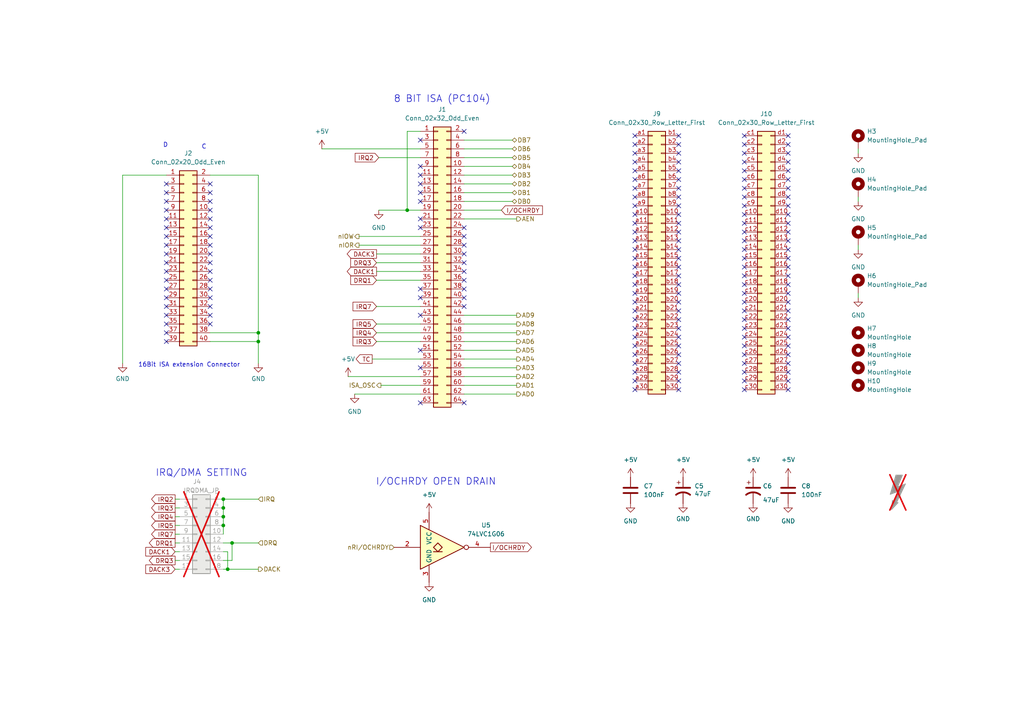
<source format=kicad_sch>
(kicad_sch (version 20250114) (generator "eeschema") (generator_version "9.0")
  (paper "A4")
  (lib_symbols
    (symbol "74xGxx:74LVC1G06"
      (property "Reference" "U" (at 0 7.62 0))
      (property "Value" "74LVC1G06" (at 2.54 -7.62 0))
      (symbol "74LVC1G06_1_1"
        (pin input line (at -15.24 0 0) (length 7.62) (name "~") (number "2"))
        (pin power_in line (at -5.08 10.16 270) (length 5.08) (name "VCC") (number "5"))
        (pin power_in line (at -5.08 -10.16 90) (length 5.08) (name "GND") (number "3"))
        (pin open_collector inverted (at 12.7 0 180) (length 7.62) (name "~") (number "4"))
      )
    )
    (symbol "Conn_02x30_Row_Letter_First_1" (pin_names (offset 1.016) (hide yes))
      (property "Reference" "J2" (at 1.27 41.91 0))
      (property "Value" "Conn_02x30_Row_Letter_First" (at 1.27 39.37 0))
      (symbol "Conn_02x30_Row_Letter_First_1_1_1"
        (pin passive line (at -5.08 35.56 0) (length 3.81) (name "Pin_a1") (number "c1"))
        (pin passive line (at -5.08 33.02 0) (length 3.81) (name "Pin_a2") (number "c2"))
        (pin passive line (at -5.08 30.48 0) (length 3.81) (name "Pin_a3") (number "c3"))
        (pin passive line (at -5.08 27.94 0) (length 3.81) (name "Pin_a4") (number "c4"))
        (pin passive line (at -5.08 25.4 0) (length 3.81) (name "Pin_a5") (number "c5"))
        (pin passive line (at -5.08 22.86 0) (length 3.81) (name "Pin_a6") (number "c6"))
        (pin passive line (at -5.08 20.32 0) (length 3.81) (name "Pin_a7") (number "c7"))
        (pin passive line (at -5.08 17.78 0) (length 3.81) (name "Pin_a8") (number "c8"))
        (pin passive line (at -5.08 15.24 0) (length 3.81) (name "Pin_a9") (number "c9"))
        (pin passive line (at -5.08 12.7 0) (length 3.81) (name "Pin_a10") (number "c10"))
        (pin passive line (at -5.08 10.16 0) (length 3.81) (name "Pin_a11") (number "c11"))
        (pin passive line (at -5.08 7.62 0) (length 3.81) (name "Pin_a12") (number "c12"))
        (pin passive line (at -5.08 5.08 0) (length 3.81) (name "Pin_a13") (number "c13"))
        (pin passive line (at -5.08 2.54 0) (length 3.81) (name "Pin_a14") (number "c14"))
        (pin passive line (at -5.08 0 0) (length 3.81) (name "Pin_a15") (number "c15"))
        (pin passive line (at -5.08 -2.54 0) (length 3.81) (name "Pin_a16") (number "c16"))
        (pin passive line (at -5.08 -5.08 0) (length 3.81) (name "Pin_a17") (number "c17"))
        (pin passive line (at -5.08 -7.62 0) (length 3.81) (name "Pin_a18") (number "c18"))
        (pin passive line (at -5.08 -10.16 0) (length 3.81) (name "Pin_a19") (number "c19"))
        (pin passive line (at -5.08 -12.7 0) (length 3.81) (name "Pin_a20") (number "c20"))
        (pin passive line (at -5.08 -15.24 0) (length 3.81) (name "Pin_a21") (number "c21"))
        (pin passive line (at -5.08 -17.78 0) (length 3.81) (name "Pin_a22") (number "c22"))
        (pin passive line (at -5.08 -20.32 0) (length 3.81) (name "Pin_a23") (number "c23"))
        (pin passive line (at -5.08 -22.86 0) (length 3.81) (name "Pin_a24") (number "c24"))
        (pin passive line (at -5.08 -25.4 0) (length 3.81) (name "Pin_a25") (number "c25"))
        (pin passive line (at -5.08 -27.94 0) (length 3.81) (name "Pin_a26") (number "c26"))
        (pin passive line (at -5.08 -30.48 0) (length 3.81) (name "Pin_a27") (number "c27"))
        (pin passive line (at -5.08 -33.02 0) (length 3.81) (name "Pin_a28") (number "c28"))
        (pin passive line (at -5.08 -35.56 0) (length 3.81) (name "Pin_a29") (number "c29"))
        (pin passive line (at -5.08 -38.1 0) (length 3.81) (name "Pin_a30") (number "c30"))
        (pin passive line (at 7.62 35.56 180) (length 3.81) (name "Pin_b1") (number "d1"))
        (pin passive line (at 7.62 33.02 180) (length 3.81) (name "Pin_b2") (number "d2"))
        (pin passive line (at 7.62 30.48 180) (length 3.81) (name "Pin_b3") (number "d3"))
        (pin passive line (at 7.62 27.94 180) (length 3.81) (name "Pin_b4") (number "d4"))
        (pin passive line (at 7.62 25.4 180) (length 3.81) (name "Pin_b5") (number "d5"))
        (pin passive line (at 7.62 22.86 180) (length 3.81) (name "Pin_b6") (number "d6"))
        (pin passive line (at 7.62 20.32 180) (length 3.81) (name "Pin_b7") (number "d7"))
        (pin passive line (at 7.62 17.78 180) (length 3.81) (name "Pin_b8") (number "d8"))
        (pin passive line (at 7.62 15.24 180) (length 3.81) (name "Pin_b9") (number "d9"))
        (pin passive line (at 7.62 12.7 180) (length 3.81) (name "Pin_b10") (number "d10"))
        (pin passive line (at 7.62 10.16 180) (length 3.81) (name "Pin_b11") (number "d11"))
        (pin passive line (at 7.62 7.62 180) (length 3.81) (name "Pin_b12") (number "d12"))
        (pin passive line (at 7.62 5.08 180) (length 3.81) (name "Pin_b13") (number "d13"))
        (pin passive line (at 7.62 2.54 180) (length 3.81) (name "Pin_b14") (number "d14"))
        (pin passive line (at 7.62 0 180) (length 3.81) (name "Pin_b15") (number "d15"))
        (pin passive line (at 7.62 -2.54 180) (length 3.81) (name "Pin_b16") (number "d16"))
        (pin passive line (at 7.62 -5.08 180) (length 3.81) (name "Pin_b17") (number "d17"))
        (pin passive line (at 7.62 -7.62 180) (length 3.81) (name "Pin_b18") (number "d18"))
        (pin passive line (at 7.62 -10.16 180) (length 3.81) (name "Pin_b19") (number "d19"))
        (pin passive line (at 7.62 -12.7 180) (length 3.81) (name "Pin_b20") (number "d20"))
        (pin passive line (at 7.62 -15.24 180) (length 3.81) (name "Pin_b21") (number "d21"))
        (pin passive line (at 7.62 -17.78 180) (length 3.81) (name "Pin_b22") (number "d22"))
        (pin passive line (at 7.62 -20.32 180) (length 3.81) (name "Pin_b23") (number "d23"))
        (pin passive line (at 7.62 -22.86 180) (length 3.81) (name "Pin_b24") (number "d24"))
        (pin passive line (at 7.62 -25.4 180) (length 3.81) (name "Pin_b25") (number "d25"))
        (pin passive line (at 7.62 -27.94 180) (length 3.81) (name "Pin_b26") (number "d26"))
        (pin passive line (at 7.62 -30.48 180) (length 3.81) (name "Pin_b27") (number "d27"))
        (pin passive line (at 7.62 -33.02 180) (length 3.81) (name "Pin_b28") (number "d28"))
        (pin passive line (at 7.62 -35.56 180) (length 3.81) (name "Pin_b29") (number "d29"))
        (pin passive line (at 7.62 -38.1 180) (length 3.81) (name "Pin_b30") (number "d30"))
      )
    )
    (symbol "Connector_Generic:Conn_02x09_Odd_Even" (pin_names (offset 1.016) (hide yes))
      (property "Reference" "J" (at 1.27 12.7 0))
      (property "Value" "Conn_02x09_Odd_Even" (at 1.27 -12.7 0))
      (symbol "Conn_02x09_Odd_Even_1_1"
        (pin passive line (at -5.08 10.16 0) (length 3.81) (name "Pin_1") (number "1"))
        (pin passive line (at -5.08 7.62 0) (length 3.81) (name "Pin_3") (number "3"))
        (pin passive line (at -5.08 5.08 0) (length 3.81) (name "Pin_5") (number "5"))
        (pin passive line (at -5.08 2.54 0) (length 3.81) (name "Pin_7") (number "7"))
        (pin passive line (at -5.08 0 0) (length 3.81) (name "Pin_9") (number "9"))
        (pin passive line (at -5.08 -2.54 0) (length 3.81) (name "Pin_11") (number "11"))
        (pin passive line (at -5.08 -5.08 0) (length 3.81) (name "Pin_13") (number "13"))
        (pin passive line (at -5.08 -7.62 0) (length 3.81) (name "Pin_15") (number "15"))
        (pin passive line (at -5.08 -10.16 0) (length 3.81) (name "Pin_17") (number "17"))
        (pin passive line (at 7.62 10.16 180) (length 3.81) (name "Pin_2") (number "2"))
        (pin passive line (at 7.62 7.62 180) (length 3.81) (name "Pin_4") (number "4"))
        (pin passive line (at 7.62 5.08 180) (length 3.81) (name "Pin_6") (number "6"))
        (pin passive line (at 7.62 2.54 180) (length 3.81) (name "Pin_8") (number "8"))
        (pin passive line (at 7.62 0 180) (length 3.81) (name "Pin_10") (number "10"))
        (pin passive line (at 7.62 -2.54 180) (length 3.81) (name "Pin_12") (number "12"))
        (pin passive line (at 7.62 -5.08 180) (length 3.81) (name "Pin_14") (number "14"))
        (pin passive line (at 7.62 -7.62 180) (length 3.81) (name "Pin_16") (number "16"))
        (pin passive line (at 7.62 -10.16 180) (length 3.81) (name "Pin_18") (number "18"))
      )
    )
    (symbol "Connector_Generic:Conn_02x20_Odd_Even" (pin_names (offset 1.016) (hide yes))
      (property "Reference" "J" (at 1.27 25.4 0))
      (property "Value" "Conn_02x20_Odd_Even" (at 1.27 -27.94 0))
      (symbol "Conn_02x20_Odd_Even_1_1"
        (pin passive line (at -5.08 22.86 0) (length 3.81) (name "Pin_1") (number "1"))
        (pin passive line (at -5.08 20.32 0) (length 3.81) (name "Pin_3") (number "3"))
        (pin passive line (at -5.08 17.78 0) (length 3.81) (name "Pin_5") (number "5"))
        (pin passive line (at -5.08 15.24 0) (length 3.81) (name "Pin_7") (number "7"))
        (pin passive line (at -5.08 12.7 0) (length 3.81) (name "Pin_9") (number "9"))
        (pin passive line (at -5.08 10.16 0) (length 3.81) (name "Pin_11") (number "11"))
        (pin passive line (at -5.08 7.62 0) (length 3.81) (name "Pin_13") (number "13"))
        (pin passive line (at -5.08 5.08 0) (length 3.81) (name "Pin_15") (number "15"))
        (pin passive line (at -5.08 2.54 0) (length 3.81) (name "Pin_17") (number "17"))
        (pin passive line (at -5.08 0 0) (length 3.81) (name "Pin_19") (number "19"))
        (pin passive line (at -5.08 -2.54 0) (length 3.81) (name "Pin_21") (number "21"))
        (pin passive line (at -5.08 -5.08 0) (length 3.81) (name "Pin_23") (number "23"))
        (pin passive line (at -5.08 -7.62 0) (length 3.81) (name "Pin_25") (number "25"))
        (pin passive line (at -5.08 -10.16 0) (length 3.81) (name "Pin_27") (number "27"))
        (pin passive line (at -5.08 -12.7 0) (length 3.81) (name "Pin_29") (number "29"))
        (pin passive line (at -5.08 -15.24 0) (length 3.81) (name "Pin_31") (number "31"))
        (pin passive line (at -5.08 -17.78 0) (length 3.81) (name "Pin_33") (number "33"))
        (pin passive line (at -5.08 -20.32 0) (length 3.81) (name "Pin_35") (number "35"))
        (pin passive line (at -5.08 -22.86 0) (length 3.81) (name "Pin_37") (number "37"))
        (pin passive line (at -5.08 -25.4 0) (length 3.81) (name "Pin_39") (number "39"))
        (pin passive line (at 7.62 22.86 180) (length 3.81) (name "Pin_2") (number "2"))
        (pin passive line (at 7.62 20.32 180) (length 3.81) (name "Pin_4") (number "4"))
        (pin passive line (at 7.62 17.78 180) (length 3.81) (name "Pin_6") (number "6"))
        (pin passive line (at 7.62 15.24 180) (length 3.81) (name "Pin_8") (number "8"))
        (pin passive line (at 7.62 12.7 180) (length 3.81) (name "Pin_10") (number "10"))
        (pin passive line (at 7.62 10.16 180) (length 3.81) (name "Pin_12") (number "12"))
        (pin passive line (at 7.62 7.62 180) (length 3.81) (name "Pin_14") (number "14"))
        (pin passive line (at 7.62 5.08 180) (length 3.81) (name "Pin_16") (number "16"))
        (pin passive line (at 7.62 2.54 180) (length 3.81) (name "Pin_18") (number "18"))
        (pin passive line (at 7.62 0 180) (length 3.81) (name "Pin_20") (number "20"))
        (pin passive line (at 7.62 -2.54 180) (length 3.81) (name "Pin_22") (number "22"))
        (pin passive line (at 7.62 -5.08 180) (length 3.81) (name "Pin_24") (number "24"))
        (pin passive line (at 7.62 -7.62 180) (length 3.81) (name "Pin_26") (number "26"))
        (pin passive line (at 7.62 -10.16 180) (length 3.81) (name "Pin_28") (number "28"))
        (pin passive line (at 7.62 -12.7 180) (length 3.81) (name "Pin_30") (number "30"))
        (pin passive line (at 7.62 -15.24 180) (length 3.81) (name "Pin_32") (number "32"))
        (pin passive line (at 7.62 -17.78 180) (length 3.81) (name "Pin_34") (number "34"))
        (pin passive line (at 7.62 -20.32 180) (length 3.81) (name "Pin_36") (number "36"))
        (pin passive line (at 7.62 -22.86 180) (length 3.81) (name "Pin_38") (number "38"))
        (pin passive line (at 7.62 -25.4 180) (length 3.81) (name "Pin_40") (number "40"))
      )
    )
    (symbol "Connector_Generic:Conn_02x30_Row_Letter_First" (pin_names (offset 1.016) (hide yes))
      (property "Reference" "J" (at 1.27 38.1 0))
      (property "Value" "Conn_02x30_Row_Letter_First" (at 1.27 -40.64 0))
      (symbol "Conn_02x30_Row_Letter_First_1_1"
        (pin passive line (at -5.08 35.56 0) (length 3.81) (name "Pin_a1") (number "a1"))
        (pin passive line (at -5.08 33.02 0) (length 3.81) (name "Pin_a2") (number "a2"))
        (pin passive line (at -5.08 30.48 0) (length 3.81) (name "Pin_a3") (number "a3"))
        (pin passive line (at -5.08 27.94 0) (length 3.81) (name "Pin_a4") (number "a4"))
        (pin passive line (at -5.08 25.4 0) (length 3.81) (name "Pin_a5") (number "a5"))
        (pin passive line (at -5.08 22.86 0) (length 3.81) (name "Pin_a6") (number "a6"))
        (pin passive line (at -5.08 20.32 0) (length 3.81) (name "Pin_a7") (number "a7"))
        (pin passive line (at -5.08 17.78 0) (length 3.81) (name "Pin_a8") (number "a8"))
        (pin passive line (at -5.08 15.24 0) (length 3.81) (name "Pin_a9") (number "a9"))
        (pin passive line (at -5.08 12.7 0) (length 3.81) (name "Pin_a10") (number "a10"))
        (pin passive line (at -5.08 10.16 0) (length 3.81) (name "Pin_a11") (number "a11"))
        (pin passive line (at -5.08 7.62 0) (length 3.81) (name "Pin_a12") (number "a12"))
        (pin passive line (at -5.08 5.08 0) (length 3.81) (name "Pin_a13") (number "a13"))
        (pin passive line (at -5.08 2.54 0) (length 3.81) (name "Pin_a14") (number "a14"))
        (pin passive line (at -5.08 0 0) (length 3.81) (name "Pin_a15") (number "a15"))
        (pin passive line (at -5.08 -2.54 0) (length 3.81) (name "Pin_a16") (number "a16"))
        (pin passive line (at -5.08 -5.08 0) (length 3.81) (name "Pin_a17") (number "a17"))
        (pin passive line (at -5.08 -7.62 0) (length 3.81) (name "Pin_a18") (number "a18"))
        (pin passive line (at -5.08 -10.16 0) (length 3.81) (name "Pin_a19") (number "a19"))
        (pin passive line (at -5.08 -12.7 0) (length 3.81) (name "Pin_a20") (number "a20"))
        (pin passive line (at -5.08 -15.24 0) (length 3.81) (name "Pin_a21") (number "a21"))
        (pin passive line (at -5.08 -17.78 0) (length 3.81) (name "Pin_a22") (number "a22"))
        (pin passive line (at -5.08 -20.32 0) (length 3.81) (name "Pin_a23") (number "a23"))
        (pin passive line (at -5.08 -22.86 0) (length 3.81) (name "Pin_a24") (number "a24"))
        (pin passive line (at -5.08 -25.4 0) (length 3.81) (name "Pin_a25") (number "a25"))
        (pin passive line (at -5.08 -27.94 0) (length 3.81) (name "Pin_a26") (number "a26"))
        (pin passive line (at -5.08 -30.48 0) (length 3.81) (name "Pin_a27") (number "a27"))
        (pin passive line (at -5.08 -33.02 0) (length 3.81) (name "Pin_a28") (number "a28"))
        (pin passive line (at -5.08 -35.56 0) (length 3.81) (name "Pin_a29") (number "a29"))
        (pin passive line (at -5.08 -38.1 0) (length 3.81) (name "Pin_a30") (number "a30"))
        (pin passive line (at 7.62 35.56 180) (length 3.81) (name "Pin_b1") (number "b1"))
        (pin passive line (at 7.62 33.02 180) (length 3.81) (name "Pin_b2") (number "b2"))
        (pin passive line (at 7.62 30.48 180) (length 3.81) (name "Pin_b3") (number "b3"))
        (pin passive line (at 7.62 27.94 180) (length 3.81) (name "Pin_b4") (number "b4"))
        (pin passive line (at 7.62 25.4 180) (length 3.81) (name "Pin_b5") (number "b5"))
        (pin passive line (at 7.62 22.86 180) (length 3.81) (name "Pin_b6") (number "b6"))
        (pin passive line (at 7.62 20.32 180) (length 3.81) (name "Pin_b7") (number "b7"))
        (pin passive line (at 7.62 17.78 180) (length 3.81) (name "Pin_b8") (number "b8"))
        (pin passive line (at 7.62 15.24 180) (length 3.81) (name "Pin_b9") (number "b9"))
        (pin passive line (at 7.62 12.7 180) (length 3.81) (name "Pin_b10") (number "b10"))
        (pin passive line (at 7.62 10.16 180) (length 3.81) (name "Pin_b11") (number "b11"))
        (pin passive line (at 7.62 7.62 180) (length 3.81) (name "Pin_b12") (number "b12"))
        (pin passive line (at 7.62 5.08 180) (length 3.81) (name "Pin_b13") (number "b13"))
        (pin passive line (at 7.62 2.54 180) (length 3.81) (name "Pin_b14") (number "b14"))
        (pin passive line (at 7.62 0 180) (length 3.81) (name "Pin_b15") (number "b15"))
        (pin passive line (at 7.62 -2.54 180) (length 3.81) (name "Pin_b16") (number "b16"))
        (pin passive line (at 7.62 -5.08 180) (length 3.81) (name "Pin_b17") (number "b17"))
        (pin passive line (at 7.62 -7.62 180) (length 3.81) (name "Pin_b18") (number "b18"))
        (pin passive line (at 7.62 -10.16 180) (length 3.81) (name "Pin_b19") (number "b19"))
        (pin passive line (at 7.62 -12.7 180) (length 3.81) (name "Pin_b20") (number "b20"))
        (pin passive line (at 7.62 -15.24 180) (length 3.81) (name "Pin_b21") (number "b21"))
        (pin passive line (at 7.62 -17.78 180) (length 3.81) (name "Pin_b22") (number "b22"))
        (pin passive line (at 7.62 -20.32 180) (length 3.81) (name "Pin_b23") (number "b23"))
        (pin passive line (at 7.62 -22.86 180) (length 3.81) (name "Pin_b24") (number "b24"))
        (pin passive line (at 7.62 -25.4 180) (length 3.81) (name "Pin_b25") (number "b25"))
        (pin passive line (at 7.62 -27.94 180) (length 3.81) (name "Pin_b26") (number "b26"))
        (pin passive line (at 7.62 -30.48 180) (length 3.81) (name "Pin_b27") (number "b27"))
        (pin passive line (at 7.62 -33.02 180) (length 3.81) (name "Pin_b28") (number "b28"))
        (pin passive line (at 7.62 -35.56 180) (length 3.81) (name "Pin_b29") (number "b29"))
        (pin passive line (at 7.62 -38.1 180) (length 3.81) (name "Pin_b30") (number "b30"))
      )
    )
    (symbol "Connector_Generic:Conn_02x32_Odd_Even" (pin_names (offset 1.016) (hide yes))
      (property "Reference" "J" (at 1.27 40.64 0))
      (property "Value" "Conn_02x32_Odd_Even" (at 1.27 -43.18 0))
      (symbol "Conn_02x32_Odd_Even_1_1"
        (pin passive line (at -5.08 38.1 0) (length 3.81) (name "Pin_1") (number "1"))
        (pin passive line (at -5.08 35.56 0) (length 3.81) (name "Pin_3") (number "3"))
        (pin passive line (at -5.08 33.02 0) (length 3.81) (name "Pin_5") (number "5"))
        (pin passive line (at -5.08 30.48 0) (length 3.81) (name "Pin_7") (number "7"))
        (pin passive line (at -5.08 27.94 0) (length 3.81) (name "Pin_9") (number "9"))
        (pin passive line (at -5.08 25.4 0) (length 3.81) (name "Pin_11") (number "11"))
        (pin passive line (at -5.08 22.86 0) (length 3.81) (name "Pin_13") (number "13"))
        (pin passive line (at -5.08 20.32 0) (length 3.81) (name "Pin_15") (number "15"))
        (pin passive line (at -5.08 17.78 0) (length 3.81) (name "Pin_17") (number "17"))
        (pin passive line (at -5.08 15.24 0) (length 3.81) (name "Pin_19") (number "19"))
        (pin passive line (at -5.08 12.7 0) (length 3.81) (name "Pin_21") (number "21"))
        (pin passive line (at -5.08 10.16 0) (length 3.81) (name "Pin_23") (number "23"))
        (pin passive line (at -5.08 7.62 0) (length 3.81) (name "Pin_25") (number "25"))
        (pin passive line (at -5.08 5.08 0) (length 3.81) (name "Pin_27") (number "27"))
        (pin passive line (at -5.08 2.54 0) (length 3.81) (name "Pin_29") (number "29"))
        (pin passive line (at -5.08 0 0) (length 3.81) (name "Pin_31") (number "31"))
        (pin passive line (at -5.08 -2.54 0) (length 3.81) (name "Pin_33") (number "33"))
        (pin passive line (at -5.08 -5.08 0) (length 3.81) (name "Pin_35") (number "35"))
        (pin passive line (at -5.08 -7.62 0) (length 3.81) (name "Pin_37") (number "37"))
        (pin passive line (at -5.08 -10.16 0) (length 3.81) (name "Pin_39") (number "39"))
        (pin passive line (at -5.08 -12.7 0) (length 3.81) (name "Pin_41") (number "41"))
        (pin passive line (at -5.08 -15.24 0) (length 3.81) (name "Pin_43") (number "43"))
        (pin passive line (at -5.08 -17.78 0) (length 3.81) (name "Pin_45") (number "45"))
        (pin passive line (at -5.08 -20.32 0) (length 3.81) (name "Pin_47") (number "47"))
        (pin passive line (at -5.08 -22.86 0) (length 3.81) (name "Pin_49") (number "49"))
        (pin passive line (at -5.08 -25.4 0) (length 3.81) (name "Pin_51") (number "51"))
        (pin passive line (at -5.08 -27.94 0) (length 3.81) (name "Pin_53") (number "53"))
        (pin passive line (at -5.08 -30.48 0) (length 3.81) (name "Pin_55") (number "55"))
        (pin passive line (at -5.08 -33.02 0) (length 3.81) (name "Pin_57") (number "57"))
        (pin passive line (at -5.08 -35.56 0) (length 3.81) (name "Pin_59") (number "59"))
        (pin passive line (at -5.08 -38.1 0) (length 3.81) (name "Pin_61") (number "61"))
        (pin passive line (at -5.08 -40.64 0) (length 3.81) (name "Pin_63") (number "63"))
        (pin passive line (at 7.62 38.1 180) (length 3.81) (name "Pin_2") (number "2"))
        (pin passive line (at 7.62 35.56 180) (length 3.81) (name "Pin_4") (number "4"))
        (pin passive line (at 7.62 33.02 180) (length 3.81) (name "Pin_6") (number "6"))
        (pin passive line (at 7.62 30.48 180) (length 3.81) (name "Pin_8") (number "8"))
        (pin passive line (at 7.62 27.94 180) (length 3.81) (name "Pin_10") (number "10"))
        (pin passive line (at 7.62 25.4 180) (length 3.81) (name "Pin_12") (number "12"))
        (pin passive line (at 7.62 22.86 180) (length 3.81) (name "Pin_14") (number "14"))
        (pin passive line (at 7.62 20.32 180) (length 3.81) (name "Pin_16") (number "16"))
        (pin passive line (at 7.62 17.78 180) (length 3.81) (name "Pin_18") (number "18"))
        (pin passive line (at 7.62 15.24 180) (length 3.81) (name "Pin_20") (number "20"))
        (pin passive line (at 7.62 12.7 180) (length 3.81) (name "Pin_22") (number "22"))
        (pin passive line (at 7.62 10.16 180) (length 3.81) (name "Pin_24") (number "24"))
        (pin passive line (at 7.62 7.62 180) (length 3.81) (name "Pin_26") (number "26"))
        (pin passive line (at 7.62 5.08 180) (length 3.81) (name "Pin_28") (number "28"))
        (pin passive line (at 7.62 2.54 180) (length 3.81) (name "Pin_30") (number "30"))
        (pin passive line (at 7.62 0 180) (length 3.81) (name "Pin_32") (number "32"))
        (pin passive line (at 7.62 -2.54 180) (length 3.81) (name "Pin_34") (number "34"))
        (pin passive line (at 7.62 -5.08 180) (length 3.81) (name "Pin_36") (number "36"))
        (pin passive line (at 7.62 -7.62 180) (length 3.81) (name "Pin_38") (number "38"))
        (pin passive line (at 7.62 -10.16 180) (length 3.81) (name "Pin_40") (number "40"))
        (pin passive line (at 7.62 -12.7 180) (length 3.81) (name "Pin_42") (number "42"))
        (pin passive line (at 7.62 -15.24 180) (length 3.81) (name "Pin_44") (number "44"))
        (pin passive line (at 7.62 -17.78 180) (length 3.81) (name "Pin_46") (number "46"))
        (pin passive line (at 7.62 -20.32 180) (length 3.81) (name "Pin_48") (number "48"))
        (pin passive line (at 7.62 -22.86 180) (length 3.81) (name "Pin_50") (number "50"))
        (pin passive line (at 7.62 -25.4 180) (length 3.81) (name "Pin_52") (number "52"))
        (pin passive line (at 7.62 -27.94 180) (length 3.81) (name "Pin_54") (number "54"))
        (pin passive line (at 7.62 -30.48 180) (length 3.81) (name "Pin_56") (number "56"))
        (pin passive line (at 7.62 -33.02 180) (length 3.81) (name "Pin_58") (number "58"))
        (pin passive line (at 7.62 -35.56 180) (length 3.81) (name "Pin_60") (number "60"))
        (pin passive line (at 7.62 -38.1 180) (length 3.81) (name "Pin_62") (number "62"))
        (pin passive line (at 7.62 -40.64 180) (length 3.81) (name "Pin_64") (number "64"))
      )
    )
    (symbol "Device:C" (pin_numbers (hide yes)) (pin_names (offset 0.254))
      (property "Reference" "C" (at 0.635 2.54 0))
      (property "Value" "C" (at 0.635 -2.54 0))
      (symbol "C_1_1"
        (pin passive line (at 0 3.81 270) (length 2.794) (name "~") (number "1"))
        (pin passive line (at 0 -3.81 90) (length 2.794) (name "~") (number "2"))
      )
    )
    (symbol "Device:C_Polarized_US" (pin_numbers (hide yes)) (pin_names (offset 0.254) (hide yes))
      (property "Reference" "C" (at 0.635 2.54 0))
      (property "Value" "C_Polarized_US" (at 0.635 -2.54 0))
      (symbol "C_Polarized_US_1_1"
        (pin passive line (at 0 3.81 270) (length 2.794) (name "~") (number "1"))
        (pin passive line (at 0 -3.81 90) (length 3.302) (name "~") (number "2"))
      )
    )
    (symbol "Graphic:SYM_Flash_Large" (in_bom no) (on_board no))
    (symbol "Mechanical:MountingHole" (pin_names (offset 1.016)) (exclude_from_sim yes) (in_bom no)
      (property "Reference" "H" (at 0 5.08 0))
      (property "Value" "MountingHole" (at 0 3.175 0))
    )
    (symbol "Mechanical:MountingHole_Pad" (pin_numbers (hide yes)) (pin_names (offset 1.016) (hide yes)) (exclude_from_sim yes) (in_bom no)
      (property "Reference" "H" (at 0 6.35 0))
      (property "Value" "MountingHole_Pad" (at 0 4.445 0))
      (symbol "MountingHole_Pad_1_1"
        (pin input line (at 0 -2.54 90) (length 2.54) (name "1") (number "1"))
      )
    )
    (symbol "power:+5V" (power) (pin_names (offset 0))
      (property "Value" "+5V" (at 0 3.556 0))
      (symbol "+5V_1_1"
        (pin power_in line (at 0 0 90) (length 0) (hide yes) (name "+5V") (number "1"))
      )
    )
    (symbol "power:GND" (power) (pin_names (offset 0))
      (property "Value" "GND" (at 0 -3.81 0))
      (symbol "GND_1_1"
        (pin power_in line (at 0 0 270) (length 0) (hide yes) (name "GND") (number "1"))
      )
    )
  )
  (text "C" (at 59.182 42.672 0) (effects (font (size 1.27 1.27))))
  (text "IRQ/DMA SETTING" (at 45.085 138.43 0) (effects (font (size 2 2)) (justify left bottom)))
  (text "D" (at 48.006 42.164 0) (effects (font (size 1.27 1.27))))
  (text "16Bit ISA extension Connector" (at 54.864 105.918 0) (effects (font (size 1.27 1.27))))
  (text "8 BIT ISA (PC104)" (at 114.173 29.972 0) (effects (font (size 2 2)) (justify left bottom)))
  (text "I/OCHRDY OPEN DRAIN" (at 108.966 140.97 0) (effects (font (size 2 2)) (justify left bottom)))
  (junction (at 64.77 147.32))
  (junction (at 64.77 149.86))
  (junction (at 66.04 165.1))
  (junction (at 64.77 144.78))
  (junction (at 64.77 152.4))
  (junction (at 67.31 157.48))
  (junction (at 118.11 60.96))
  (junction (at 74.93 99.06))
  (junction (at 74.93 96.52))
  (no_connect (at 121.92 50.8))
  (no_connect (at 60.96 55.88))
  (no_connect (at 134.62 81.28))
  (no_connect (at 184.15 62.23))
  (no_connect (at 196.85 105.41))
  (no_connect (at 121.92 53.34))
  (no_connect (at 228.6 92.71))
  (no_connect (at 196.85 62.23))
  (no_connect (at 48.26 76.2))
  (no_connect (at 184.15 105.41))
  (no_connect (at 228.6 46.99))
  (no_connect (at 60.96 78.74))
  (no_connect (at 184.15 82.55))
  (no_connect (at 215.9 82.55))
  (no_connect (at 215.9 52.07))
  (no_connect (at 184.15 100.33))
  (no_connect (at 184.15 110.49))
  (no_connect (at 48.26 96.52))
  (no_connect (at 228.6 72.39))
  (no_connect (at 60.96 60.96))
  (no_connect (at 134.62 78.74))
  (no_connect (at 228.6 44.45))
  (no_connect (at 48.26 68.58))
  (no_connect (at 184.15 97.79))
  (no_connect (at 215.9 105.41))
  (no_connect (at 196.85 113.03))
  (no_connect (at 48.26 86.36))
  (no_connect (at 228.6 39.37))
  (no_connect (at 196.85 69.85))
  (no_connect (at 60.96 68.58))
  (no_connect (at 215.9 100.33))
  (no_connect (at 196.85 77.47))
  (no_connect (at 228.6 100.33))
  (no_connect (at 228.6 67.31))
  (no_connect (at 196.85 95.25))
  (no_connect (at 228.6 49.53))
  (no_connect (at 215.9 92.71))
  (no_connect (at 121.92 63.5))
  (no_connect (at 121.92 86.36))
  (no_connect (at 196.85 39.37))
  (no_connect (at 184.15 39.37))
  (no_connect (at 121.92 91.44))
  (no_connect (at 134.62 86.36))
  (no_connect (at 228.6 41.91))
  (no_connect (at 215.9 110.49))
  (no_connect (at 196.85 92.71))
  (no_connect (at 228.6 59.69))
  (no_connect (at 215.9 85.09))
  (no_connect (at 215.9 67.31))
  (no_connect (at 215.9 80.01))
  (no_connect (at 184.15 74.93))
  (no_connect (at 121.92 55.88))
  (no_connect (at 196.85 90.17))
  (no_connect (at 48.26 88.9))
  (no_connect (at 48.26 73.66))
  (no_connect (at 228.6 85.09))
  (no_connect (at 121.92 66.04))
  (no_connect (at 48.26 78.74))
  (no_connect (at 228.6 64.77))
  (no_connect (at 134.62 76.2))
  (no_connect (at 215.9 62.23))
  (no_connect (at 215.9 57.15))
  (no_connect (at 134.62 66.04))
  (no_connect (at 215.9 39.37))
  (no_connect (at 184.15 59.69))
  (no_connect (at 184.15 80.01))
  (no_connect (at 215.9 41.91))
  (no_connect (at 184.15 54.61))
  (no_connect (at 121.92 106.68))
  (no_connect (at 196.85 41.91))
  (no_connect (at 134.62 38.1))
  (no_connect (at 196.85 72.39))
  (no_connect (at 184.15 92.71))
  (no_connect (at 121.92 101.6))
  (no_connect (at 215.9 44.45))
  (no_connect (at 196.85 87.63))
  (no_connect (at 215.9 107.95))
  (no_connect (at 196.85 52.07))
  (no_connect (at 184.15 67.31))
  (no_connect (at 134.62 71.12))
  (no_connect (at 196.85 59.69))
  (no_connect (at 215.9 64.77))
  (no_connect (at 228.6 82.55))
  (no_connect (at 196.85 97.79))
  (no_connect (at 215.9 113.03))
  (no_connect (at 184.15 64.77))
  (no_connect (at 215.9 46.99))
  (no_connect (at 215.9 72.39))
  (no_connect (at 184.15 77.47))
  (no_connect (at 184.15 57.15))
  (no_connect (at 60.96 66.04))
  (no_connect (at 184.15 44.45))
  (no_connect (at 196.85 64.77))
  (no_connect (at 121.92 48.26))
  (no_connect (at 184.15 113.03))
  (no_connect (at 48.26 81.28))
  (no_connect (at 184.15 85.09))
  (no_connect (at 60.96 91.44))
  (no_connect (at 196.85 100.33))
  (no_connect (at 196.85 44.45))
  (no_connect (at 196.85 54.61))
  (no_connect (at 228.6 105.41))
  (no_connect (at 121.92 83.82))
  (no_connect (at 196.85 107.95))
  (no_connect (at 60.96 71.12))
  (no_connect (at 228.6 95.25))
  (no_connect (at 228.6 110.49))
  (no_connect (at 60.96 81.28))
  (no_connect (at 121.92 58.42))
  (no_connect (at 184.15 72.39))
  (no_connect (at 48.26 63.5))
  (no_connect (at 60.96 93.98))
  (no_connect (at 184.15 90.17))
  (no_connect (at 48.26 60.96))
  (no_connect (at 48.26 99.06))
  (no_connect (at 184.15 69.85))
  (no_connect (at 48.26 93.98))
  (no_connect (at 48.26 66.04))
  (no_connect (at 196.85 110.49))
  (no_connect (at 215.9 59.69))
  (no_connect (at 215.9 87.63))
  (no_connect (at 184.15 49.53))
  (no_connect (at 60.96 58.42))
  (no_connect (at 228.6 90.17))
  (no_connect (at 196.85 74.93))
  (no_connect (at 228.6 113.03))
  (no_connect (at 184.15 102.87))
  (no_connect (at 228.6 102.87))
  (no_connect (at 134.62 83.82))
  (no_connect (at 48.26 91.44))
  (no_connect (at 134.62 116.84))
  (no_connect (at 60.96 83.82))
  (no_connect (at 196.85 82.55))
  (no_connect (at 228.6 77.47))
  (no_connect (at 60.96 86.36))
  (no_connect (at 60.96 53.34))
  (no_connect (at 215.9 102.87))
  (no_connect (at 215.9 54.61))
  (no_connect (at 48.26 58.42))
  (no_connect (at 228.6 69.85))
  (no_connect (at 228.6 80.01))
  (no_connect (at 184.15 95.25))
  (no_connect (at 134.62 73.66))
  (no_connect (at 196.85 80.01))
  (no_connect (at 196.85 102.87))
  (no_connect (at 60.96 88.9))
  (no_connect (at 60.96 63.5))
  (no_connect (at 184.15 87.63))
  (no_connect (at 228.6 74.93))
  (no_connect (at 196.85 67.31))
  (no_connect (at 215.9 69.85))
  (no_connect (at 60.96 73.66))
  (no_connect (at 48.26 53.34))
  (no_connect (at 228.6 87.63))
  (no_connect (at 196.85 49.53))
  (no_connect (at 228.6 52.07))
  (no_connect (at 60.96 76.2))
  (no_connect (at 228.6 97.79))
  (no_connect (at 215.9 49.53))
  (no_connect (at 196.85 46.99))
  (no_connect (at 215.9 74.93))
  (no_connect (at 48.26 55.88))
  (no_connect (at 121.92 116.84))
  (no_connect (at 228.6 62.23))
  (no_connect (at 134.62 68.58))
  (no_connect (at 215.9 97.79))
  (no_connect (at 228.6 107.95))
  (no_connect (at 48.26 83.82))
  (no_connect (at 184.15 41.91))
  (no_connect (at 228.6 57.15))
  (no_connect (at 134.62 88.9))
  (no_connect (at 196.85 85.09))
  (no_connect (at 228.6 54.61))
  (no_connect (at 184.15 107.95))
  (no_connect (at 215.9 95.25))
  (no_connect (at 184.15 52.07))
  (no_connect (at 215.9 90.17))
  (no_connect (at 215.9 77.47))
  (no_connect (at 184.15 46.99))
  (no_connect (at 121.92 40.64))
  (no_connect (at 196.85 57.15))
  (no_connect (at 48.26 71.12))
  (wire (pts (xy 248.92 71.12) (xy 248.92 72.39)))
  (wire (pts (xy 100.965 109.22) (xy 121.92 109.22)))
  (wire (pts (xy 109.22 99.06) (xy 121.92 99.06)))
  (wire (pts (xy 110.49 111.76) (xy 121.92 111.76)))
  (wire (pts (xy 74.93 50.8) (xy 60.96 50.8)))
  (wire (pts (xy 134.62 101.6) (xy 149.86 101.6)))
  (wire (pts (xy 50.8 152.4) (xy 52.07 152.4)))
  (wire (pts (xy 64.77 147.32) (xy 64.77 149.86)))
  (wire (pts (xy 134.62 106.68) (xy 149.86 106.68)))
  (wire (pts (xy 50.8 165.1) (xy 52.07 165.1)))
  (wire (pts (xy 60.96 99.06) (xy 74.93 99.06)))
  (wire (pts (xy 109.22 76.2) (xy 121.92 76.2)))
  (wire (pts (xy 35.56 50.8) (xy 35.56 105.41)))
  (wire (pts (xy 109.855 45.72) (xy 121.92 45.72)))
  (wire (pts (xy 134.62 50.8) (xy 148.59 50.8)))
  (wire (pts (xy 67.31 157.48) (xy 74.93 157.48)))
  (wire (pts (xy 74.93 105.41) (xy 74.93 99.06)))
  (wire (pts (xy 134.62 55.88) (xy 148.59 55.88)))
  (wire (pts (xy 66.04 165.1) (xy 74.93 165.1)))
  (wire (pts (xy 134.62 43.18) (xy 148.59 43.18)))
  (wire (pts (xy 50.8 162.56) (xy 52.07 162.56)))
  (wire (pts (xy 134.62 99.06) (xy 149.86 99.06)))
  (wire (pts (xy 248.92 85.09) (xy 248.92 86.36)))
  (wire (pts (xy 109.22 81.28) (xy 121.92 81.28)))
  (wire (pts (xy 118.11 38.1) (xy 118.11 60.96)))
  (wire (pts (xy 109.22 73.66) (xy 121.92 73.66)))
  (wire (pts (xy 67.31 162.56) (xy 64.77 162.56)))
  (wire (pts (xy 109.22 88.9) (xy 121.92 88.9)))
  (wire (pts (xy 121.92 38.1) (xy 118.11 38.1)))
  (wire (pts (xy 50.8 147.32) (xy 52.07 147.32)))
  (wire (pts (xy 64.77 157.48) (xy 67.31 157.48)))
  (wire (pts (xy 134.62 91.44) (xy 149.86 91.44)))
  (wire (pts (xy 50.8 160.02) (xy 52.07 160.02)))
  (wire (pts (xy 50.8 157.48) (xy 52.07 157.48)))
  (wire (pts (xy 134.62 63.5) (xy 149.86 63.5)))
  (wire (pts (xy 104.14 68.58) (xy 121.92 68.58)))
  (wire (pts (xy 109.22 78.74) (xy 121.92 78.74)))
  (wire (pts (xy 93.345 43.18) (xy 121.92 43.18)))
  (wire (pts (xy 35.56 50.8) (xy 48.26 50.8)))
  (wire (pts (xy 134.62 60.96) (xy 145.415 60.96)))
  (wire (pts (xy 134.62 104.14) (xy 149.86 104.14)))
  (wire (pts (xy 134.62 45.72) (xy 148.59 45.72)))
  (wire (pts (xy 118.11 60.96) (xy 121.92 60.96)))
  (wire (pts (xy 64.77 144.78) (xy 64.77 147.32)))
  (wire (pts (xy 134.62 109.22) (xy 149.86 109.22)))
  (wire (pts (xy 64.77 165.1) (xy 66.04 165.1)))
  (wire (pts (xy 50.8 144.78) (xy 52.07 144.78)))
  (wire (pts (xy 50.8 154.94) (xy 52.07 154.94)))
  (wire (pts (xy 66.04 160.02) (xy 66.04 165.1)))
  (wire (pts (xy 109.22 93.98) (xy 121.92 93.98)))
  (wire (pts (xy 50.8 149.86) (xy 52.07 149.86)))
  (wire (pts (xy 64.77 149.86) (xy 64.77 152.4)))
  (wire (pts (xy 74.93 96.52) (xy 74.93 50.8)))
  (wire (pts (xy 134.62 114.3) (xy 149.86 114.3)))
  (wire (pts (xy 60.96 96.52) (xy 74.93 96.52)))
  (wire (pts (xy 248.92 43.18) (xy 248.92 44.45)))
  (wire (pts (xy 64.77 160.02) (xy 66.04 160.02)))
  (wire (pts (xy 134.62 58.42) (xy 148.59 58.42)))
  (wire (pts (xy 64.77 152.4) (xy 64.77 154.94)))
  (wire (pts (xy 109.22 96.52) (xy 121.92 96.52)))
  (wire (pts (xy 67.31 157.48) (xy 67.31 162.56)))
  (wire (pts (xy 74.93 99.06) (xy 74.93 96.52)))
  (wire (pts (xy 107.95 104.14) (xy 121.92 104.14)))
  (wire (pts (xy 109.855 60.96) (xy 118.11 60.96)))
  (wire (pts (xy 134.62 40.64) (xy 148.59 40.64)))
  (wire (pts (xy 134.62 48.26) (xy 148.59 48.26)))
  (wire (pts (xy 104.14 71.12) (xy 121.92 71.12)))
  (wire (pts (xy 248.92 57.15) (xy 248.92 58.42)))
  (wire (pts (xy 102.87 114.3) (xy 121.92 114.3)))
  (wire (pts (xy 64.77 144.78) (xy 74.93 144.78)))
  (wire (pts (xy 134.62 111.76) (xy 149.86 111.76)))
  (wire (pts (xy 134.62 96.52) (xy 149.86 96.52)))
  (wire (pts (xy 134.62 93.98) (xy 149.86 93.98)))
  (wire (pts (xy 134.62 53.34) (xy 148.59 53.34)))
  (global_label "I{slash}OCHRDY" (shape output) (at 142.24 158.75 0) (property "Intersheetrefs" "${INTERSHEET_REFS}" (effects (hide yes))))
  (global_label "TC" (shape output) (at 107.95 104.14 180) (property "Intersheetrefs" "${INTERSHEET_REFS}" (effects (hide yes))))
  (global_label "DACK3" (shape output) (at 109.22 73.66 180) (property "Intersheetrefs" "${INTERSHEET_REFS}" (effects (hide yes))))
  (global_label "IRQ3" (shape output) (at 50.8 147.32 180) (property "Intersheetrefs" "${INTERSHEET_REFS}" (effects (hide yes))))
  (global_label "DACK1" (shape output) (at 109.22 78.74 180) (property "Intersheetrefs" "${INTERSHEET_REFS}" (effects (hide yes))))
  (global_label "DRQ3" (shape input) (at 109.22 76.2 180) (property "Intersheetrefs" "${INTERSHEET_REFS}" (effects (hide yes))))
  (global_label "IRQ2" (shape output) (at 50.8 144.78 180) (property "Intersheetrefs" "${INTERSHEET_REFS}" (effects (hide yes))))
  (global_label "IRQ5" (shape input) (at 109.22 93.98 180) (property "Intersheetrefs" "${INTERSHEET_REFS}" (effects (hide yes))))
  (global_label "DACK1" (shape input) (at 50.8 160.02 180) (property "Intersheetrefs" "${INTERSHEET_REFS}" (effects (hide yes))))
  (global_label "DRQ1" (shape output) (at 50.8 157.48 180) (property "Intersheetrefs" "${INTERSHEET_REFS}" (effects (hide yes))))
  (global_label "IRQ3" (shape input) (at 109.22 99.06 180) (property "Intersheetrefs" "${INTERSHEET_REFS}" (effects (hide yes))))
  (global_label "IRQ5" (shape output) (at 50.8 152.4 180) (property "Intersheetrefs" "${INTERSHEET_REFS}" (effects (hide yes))))
  (global_label "IRQ2" (shape input) (at 109.855 45.72 180) (property "Intersheetrefs" "${INTERSHEET_REFS}" (effects (hide yes))))
  (global_label "DACK3" (shape input) (at 50.8 165.1 180) (property "Intersheetrefs" "${INTERSHEET_REFS}" (effects (hide yes))))
  (global_label "IRQ4" (shape output) (at 50.8 149.86 180) (property "Intersheetrefs" "${INTERSHEET_REFS}" (effects (hide yes))))
  (global_label "IRQ4" (shape input) (at 109.22 96.52 180) (property "Intersheetrefs" "${INTERSHEET_REFS}" (effects (hide yes))))
  (global_label "DRQ3" (shape output) (at 50.8 162.56 180) (property "Intersheetrefs" "${INTERSHEET_REFS}" (effects (hide yes))))
  (global_label "IRQ7" (shape input) (at 109.22 88.9 180) (property "Intersheetrefs" "${INTERSHEET_REFS}" (effects (hide yes))))
  (global_label "I{slash}OCHRDY" (shape input) (at 145.415 60.96 0) (property "Intersheetrefs" "${INTERSHEET_REFS}" (effects (hide yes))))
  (global_label "IRQ7" (shape output) (at 50.8 154.94 180) (property "Intersheetrefs" "${INTERSHEET_REFS}" (effects (hide yes))))
  (global_label "DRQ1" (shape input) (at 109.22 81.28 180) (property "Intersheetrefs" "${INTERSHEET_REFS}" (effects (hide yes))))
  (hierarchical_label "ISA_OSC" (shape output) (at 110.49 111.76 180))
  (hierarchical_label "AD5" (shape output) (at 149.86 101.6 0))
  (hierarchical_label "nIOW" (shape output) (at 104.14 68.58 180))
  (hierarchical_label "AD8" (shape output) (at 149.86 93.98 0))
  (hierarchical_label "DB0" (shape bidirectional) (at 148.59 58.42 0))
  (hierarchical_label "nRI{slash}OCHRDY" (shape input) (at 114.3 158.75 180))
  (hierarchical_label "DACK" (shape output) (at 74.93 165.1 0))
  (hierarchical_label "AD2" (shape output) (at 149.86 109.22 0))
  (hierarchical_label "DB7" (shape bidirectional) (at 148.59 40.64 0))
  (hierarchical_label "DB4" (shape bidirectional) (at 148.59 48.26 0))
  (hierarchical_label "IRQ" (shape input) (at 74.93 144.78 0))
  (hierarchical_label "AEN" (shape output) (at 149.86 63.5 0))
  (hierarchical_label "AD6" (shape output) (at 149.86 99.06 0))
  (hierarchical_label "DB5" (shape bidirectional) (at 148.59 45.72 0))
  (hierarchical_label "DB1" (shape bidirectional) (at 148.59 55.88 0))
  (hierarchical_label "DB6" (shape bidirectional) (at 148.59 43.18 0))
  (hierarchical_label "AD7" (shape output) (at 149.86 96.52 0))
  (hierarchical_label "DRQ" (shape input) (at 74.93 157.48 0))
  (hierarchical_label "DB3" (shape bidirectional) (at 148.59 50.8 0))
  (hierarchical_label "AD1" (shape output) (at 149.86 111.76 0))
  (hierarchical_label "DB2" (shape bidirectional) (at 148.59 53.34 0))
  (hierarchical_label "AD4" (shape output) (at 149.86 104.14 0))
  (hierarchical_label "AD3" (shape output) (at 149.86 106.68 0))
  (hierarchical_label "nIOR" (shape output) (at 104.14 71.12 180))
  (hierarchical_label "AD9" (shape output) (at 149.86 91.44 0))
  (hierarchical_label "AD0" (shape output) (at 149.86 114.3 0))
  (symbol (lib_id "power:GND") (at 248.92 86.36 0) (unit 1)
    (property "Reference" "#PWR06" (effects (hide yes)))
    (property "Value" "GND" (at 248.92 91.44 0))
    (property "Description" "Power symbol creates a global label with name \"GND\" , ground" (effects (hide yes)))
  )
  (symbol (lib_id "power:GND") (at 228.6 146.05 0) (unit 1)
    (property "Reference" "#PWR025" (effects (hide yes)))
    (property "Value" "GND" (at 228.6 151.13 0))
  )
  (symbol (lib_id "power:GND") (at 248.92 44.45 0) (unit 1)
    (property "Reference" "#PWR03" (effects (hide yes)))
    (property "Value" "GND" (at 248.92 49.53 0))
    (property "Description" "Power symbol creates a global label with name \"GND\" , ground" (effects (hide yes)))
  )
  (symbol (lib_id "power:GND") (at 248.92 72.39 0) (unit 1)
    (property "Reference" "#PWR05" (effects (hide yes)))
    (property "Value" "GND" (at 248.92 77.47 0))
    (property "Description" "Power symbol creates a global label with name \"GND\" , ground" (effects (hide yes)))
  )
  (symbol (lib_id "power:GND") (at 198.12 146.05 0) (unit 1)
    (property "Reference" "#PWR0144" (effects (hide yes)))
    (property "Value" "GND" (at 198.12 150.495 0))
  )
  (symbol (lib_id "power:GND") (at 182.88 146.05 0) (unit 1)
    (property "Reference" "#PWR023" (effects (hide yes)))
    (property "Value" "GND" (at 182.88 151.13 0))
  )
  (symbol (lib_id "Mechanical:MountingHole") (at 248.92 106.68 0) (unit 1) (exclude_from_sim yes)
    (property "Reference" "H9" (at 251.46 105.4099 0) (effects (justify left)))
    (property "Value" "MountingHole" (at 251.46 107.9499 0) (effects (justify left)))
    (property "Footprint" "MountingHole:MountingHole_2mm" (effects (hide yes)))
    (property "Description" "Mounting Hole without connection" (effects (hide yes)))
    (property "LCSC" "DNF" (effects (hide yes)))
  )
  (symbol (lib_id "Connector_Generic:Conn_02x30_Row_Letter_First") (at 189.23 74.93 0) (unit 1)
    (property "Reference" "J9" (at 190.5 33.02 0))
    (property "Value" "Conn_02x30_Row_Letter_First" (at 190.5 35.56 0))
    (property "Footprint" "Connector_PinSocket_2.00mm:PinSocket_2x30_P2.00mm_Vertical" (effects (hide yes)))
    (property "Description" "Generic connector, double row, 02x30, row letter first pin numbering scheme (pin number consists of a letter for the row and a number for the pin index in this row. a1, ..., aN; b1, ..., bN), script generated (kicad-library-utils/schlib/autogen/connector/)" (effects (hide yes)))
    (property "LCSC" "DNF" (effects (hide yes)))
  )
  (symbol (lib_id "Device:C") (at 228.6 142.24 0) (unit 1)
    (property "Reference" "C8" (at 232.41 140.9699 0) (effects (justify left)))
    (property "Value" "100nF" (at 232.41 143.5099 0) (effects (justify left)))
    (property "Footprint" "Capacitor_SMD:C_0805_2012Metric" (effects (hide yes)))
    (property "Description" "Unpolarized capacitor" (effects (hide yes)))
  )
  (symbol (lib_id "Device:C") (at 182.88 142.24 0) (unit 1)
    (property "Reference" "C7" (at 186.69 140.9699 0) (effects (justify left)))
    (property "Value" "100nF" (at 186.69 143.5099 0) (effects (justify left)))
    (property "Footprint" "Capacitor_SMD:C_0805_2012Metric" (effects (hide yes)))
    (property "Description" "Unpolarized capacitor" (effects (hide yes)))
  )
  (symbol (lib_id "power:+5V") (at 228.6 138.43 0) (unit 1)
    (property "Reference" "#PWR024" (effects (hide yes)))
    (property "Value" "+5V" (at 228.6 133.35 0))
  )
  (symbol (lib_id "Connector_Generic:Conn_02x09_Odd_Even") (at 57.15 154.94 0) (unit 1) (dnp yes)
    (property "Reference" "J4" (at 57.15 139.7 0))
    (property "Value" "IRQDMA_JP" (at 58.42 142.24 0))
    (property "Footprint" "Connector_PinHeader_2.54mm:PinHeader_2x09_P2.54mm_Vertical" (effects (hide yes)))
    (property "LCSC" "DNF" (effects (hide yes)))
  )
  (symbol (lib_id "Mechanical:MountingHole_Pad") (at 248.92 40.64 0) (unit 1) (exclude_from_sim yes)
    (property "Reference" "H3" (at 251.46 38.0999 0) (effects (justify left)))
    (property "Value" "MountingHole_Pad" (at 251.46 40.6399 0) (effects (justify left)))
    (property "Footprint" "MountingHole:MountingHole_3.2mm_M3_Pad_TopBottom" (effects (hide yes)))
    (property "Description" "Mounting Hole with connection" (effects (hide yes)))
    (property "LCSC" "DNF" (effects (hide yes)))
  )
  (symbol (lib_id "Graphic:SYM_Flash_Large") (at 260.35 142.24 0) (unit 1) (exclude_from_sim yes) (dnp yes)
    (property "Reference" "FOX1" (effects (hide yes)))
    (property "Value" "SYM_Flash_Large" (effects (hide yes)))
    (property "Footprint" "PaulasKiCADFootPrint:Fox_avatar_18mm" (effects (hide yes)))
    (property "Description" "Flash symbol, large" (effects (hide yes)))
    (property "LCSC" "DNF" (effects (hide yes)))
  )
  (symbol (lib_id "Mechanical:MountingHole") (at 248.92 96.52 0) (unit 1) (exclude_from_sim yes)
    (property "Reference" "H7" (at 251.46 95.2499 0) (effects (justify left)))
    (property "Value" "MountingHole" (at 251.46 97.7899 0) (effects (justify left)))
    (property "Footprint" "MountingHole:MountingHole_2mm" (effects (hide yes)))
    (property "Description" "Mounting Hole without connection" (effects (hide yes)))
    (property "LCSC" "DNF" (effects (hide yes)))
  )
  (symbol (lib_id "power:+5V") (at 198.12 138.43 0) (unit 1)
    (property "Reference" "#PWR0142" (effects (hide yes)))
    (property "Value" "+5V" (at 198.12 133.35 0))
  )
  (symbol (lib_id "power:GND") (at 35.56 105.41 0) (mirror y) (unit 1)
    (property "Reference" "#PWR02" (effects (hide yes)))
    (property "Value" "GND" (at 35.56 109.855 0))
  )
  (symbol (lib_id "Device:C_Polarized_US") (at 218.44 142.24 0) (unit 1)
    (property "Reference" "C6" (at 221.234 140.97 0) (effects (justify left)))
    (property "Value" "47uF" (at 221.234 145.034 0) (effects (justify left)))
    (property "Footprint" "Capacitor_SMD:C_1206_3216Metric" (effects (hide yes)))
    (property "LCSC" "C96123" (effects (hide yes)))
  )
  (symbol (lib_id "Mechanical:MountingHole_Pad") (at 248.92 54.61 0) (unit 1) (exclude_from_sim yes)
    (property "Reference" "H4" (at 251.46 52.0699 0) (effects (justify left)))
    (property "Value" "MountingHole_Pad" (at 251.46 54.6099 0) (effects (justify left)))
    (property "Footprint" "MountingHole:MountingHole_3.2mm_M3_Pad_TopBottom" (effects (hide yes)))
    (property "Description" "Mounting Hole with connection" (effects (hide yes)))
    (property "LCSC" "DNF" (effects (hide yes)))
  )
  (symbol (lib_id "power:GND") (at 74.93 105.41 0) (unit 1)
    (property "Reference" "#PWR01" (effects (hide yes)))
    (property "Value" "GND" (at 74.93 109.855 0))
  )
  (symbol (lib_id "power:+5V") (at 100.965 109.22 0) (unit 1)
    (property "Reference" "#PWR0126" (effects (hide yes)))
    (property "Value" "+5V" (at 100.965 104.14 0))
  )
  (symbol (lib_id "power:GND") (at 102.87 114.3 0) (unit 1)
    (property "Reference" "#PWR0127" (effects (hide yes)))
    (property "Value" "GND" (at 102.87 119.38 0))
  )
  (symbol (lib_id "power:+5V") (at 124.46 148.59 0) (unit 1)
    (property "Reference" "#PWR051" (effects (hide yes)))
    (property "Value" "+5V" (at 124.46 143.51 0))
  )
  (symbol (lib_id "power:+5V") (at 93.345 43.18 0) (unit 1)
    (property "Reference" "#PWR0123" (effects (hide yes)))
    (property "Value" "+5V" (at 93.345 38.1 0))
  )
  (symbol (lib_id "power:GND") (at 124.46 168.91 0) (unit 1)
    (property "Reference" "#PWR052" (effects (hide yes)))
    (property "Value" "GND" (at 124.46 173.99 0))
  )
  (symbol (lib_id "power:GND") (at 218.44 146.05 0) (unit 1)
    (property "Reference" "#PWR021" (effects (hide yes)))
    (property "Value" "GND" (at 218.44 150.495 0))
  )
  (symbol (lib_id "power:+5V") (at 218.44 138.43 0) (unit 1)
    (property "Reference" "#PWR020" (effects (hide yes)))
    (property "Value" "+5V" (at 218.44 133.35 0))
  )
  (symbol (lib_id "74xGxx:74LVC1G06") (at 129.54 158.75 0) (unit 1)
    (property "Reference" "U5" (at 140.97 152.3298 0))
    (property "Value" "74LVC1G06" (at 140.97 154.8698 0))
    (property "Footprint" "Package_TO_SOT_SMD:SOT-23-5" (effects (hide yes)))
    (property "Datasheet" "http://www.ti.com/lit/sg/scyt129e/scyt129e.pdf" (effects (hide yes)))
    (property "Description" "Single NOT Gate, Open Drain, Low-Voltage CMOS" (effects (hide yes)))
  )
  (symbol (lib_id "power:GND") (at 109.855 60.96 0) (unit 1)
    (property "Reference" "#PWR0125" (effects (hide yes)))
    (property "Value" "GND" (at 109.855 66.04 0))
  )
  (symbol (lib_id "Device:C_Polarized_US") (at 198.12 142.24 0) (unit 1)
    (property "Reference" "C5" (at 201.422 140.97 0) (effects (justify left)))
    (property "Value" "47uF" (at 201.422 143.256 0) (effects (justify left)))
    (property "Footprint" "Capacitor_SMD:C_1206_3216Metric" (effects (hide yes)))
    (property "LCSC" "C96123" (effects (hide yes)))
  )
  (symbol (lib_id "power:+5V") (at 182.88 138.43 0) (unit 1)
    (property "Reference" "#PWR022" (effects (hide yes)))
    (property "Value" "+5V" (at 182.88 133.35 0))
  )
  (symbol (lib_id "Mechanical:MountingHole_Pad") (at 248.92 82.55 0) (unit 1) (exclude_from_sim yes)
    (property "Reference" "H6" (at 251.46 80.0099 0) (effects (justify left)))
    (property "Value" "MountingHole_Pad" (at 251.46 82.5499 0) (effects (justify left)))
    (property "Footprint" "MountingHole:MountingHole_3.2mm_M3_Pad_TopBottom" (effects (hide yes)))
    (property "Description" "Mounting Hole with connection" (effects (hide yes)))
    (property "LCSC" "DNF" (effects (hide yes)))
  )
  (symbol (lib_id "power:GND") (at 248.92 58.42 0) (unit 1)
    (property "Reference" "#PWR04" (effects (hide yes)))
    (property "Value" "GND" (at 248.92 63.5 0))
    (property "Description" "Power symbol creates a global label with name \"GND\" , ground" (effects (hide yes)))
  )
  (symbol (lib_id "Connector_Generic:Conn_02x32_Odd_Even") (at 127 76.2 0) (unit 1)
    (property "Reference" "J1" (at 128.27 31.75 0))
    (property "Value" "Conn_02x32_Odd_Even" (at 128.27 34.29 0))
    (property "Footprint" "Connector_PinSocket_2.54mm:PinSocket_2x32_P2.54mm_Vertical" (effects (hide yes)))
    (property "Description" "Generic connector, double row, 02x32, odd/even pin numbering scheme (row 1 odd numbers, row 2 even numbers), script generated (kicad-library-utils/schlib/autogen/connector/)" (effects (hide yes)))
    (property "LCSC" "DNF" (effects (hide yes)))
  )
  (symbol (lib_id "Mechanical:MountingHole_Pad") (at 248.92 68.58 0) (unit 1) (exclude_from_sim yes)
    (property "Reference" "H5" (at 251.46 66.0399 0) (effects (justify left)))
    (property "Value" "MountingHole_Pad" (at 251.46 68.5799 0) (effects (justify left)))
    (property "Footprint" "MountingHole:MountingHole_3.2mm_M3_Pad_TopBottom" (effects (hide yes)))
    (property "Description" "Mounting Hole with connection" (effects (hide yes)))
    (property "LCSC" "DNF" (effects (hide yes)))
  )
  (symbol (lib_id "Mechanical:MountingHole") (at 248.92 111.76 0) (unit 1) (exclude_from_sim yes)
    (property "Reference" "H10" (at 251.46 110.4899 0) (effects (justify left)))
    (property "Value" "MountingHole" (at 251.46 113.0299 0) (effects (justify left)))
    (property "Footprint" "MountingHole:MountingHole_2mm" (effects (hide yes)))
    (property "Description" "Mounting Hole without connection" (effects (hide yes)))
    (property "LCSC" "DNF" (effects (hide yes)))
  )
  (symbol (lib_name "Conn_02x30_Row_Letter_First_1") (lib_id "Connector_Generic:Conn_02x30_Row_Letter_First") (at 220.98 74.93 0) (unit 1)
    (property "Reference" "J10" (at 222.25 33.02 0))
    (property "Value" "Conn_02x30_Row_Letter_First" (at 222.25 35.56 0))
    (property "Footprint" "Connector_PinSocket_2.00mm:PinSocket_2x30_P2.00mm_Vertical" (effects (hide yes)))
    (property "Description" "Generic connector, double row, 02x30, row letter first pin numbering scheme (pin number consists of a letter for the row and a number for the pin index in this row. a1, ..., aN; b1, ..., bN), script generated (kicad-library-utils/schlib/autogen/connector/)" (effects (hide yes)))
    (property "LCSC" "DNF" (effects (hide yes)))
  )
  (symbol (lib_id "Mechanical:MountingHole") (at 248.92 101.6 0) (unit 1) (exclude_from_sim yes)
    (property "Reference" "H8" (at 251.46 100.3299 0) (effects (justify left)))
    (property "Value" "MountingHole" (at 251.46 102.8699 0) (effects (justify left)))
    (property "Footprint" "MountingHole:MountingHole_2mm" (effects (hide yes)))
    (property "Description" "Mounting Hole without connection" (effects (hide yes)))
    (property "LCSC" "DNF" (effects (hide yes)))
  )
  (symbol (lib_id "Connector_Generic:Conn_02x20_Odd_Even") (at 53.34 73.66 0) (unit 1)
    (property "Reference" "J2" (at 54.61 44.45 0))
    (property "Value" "Conn_02x20_Odd_Even" (at 54.61 46.99 0))
    (property "Footprint" "Connector_PinSocket_2.54mm:PinSocket_2x20_P2.54mm_Vertical" (effects (hide yes)))
    (property "Description" "Generic connector, double row, 02x20, odd/even pin numbering scheme (row 1 odd numbers, row 2 even numbers), script generated (kicad-library-utils/schlib/autogen/connector/)" (effects (hide yes)))
    (property "LCSC" "DNF" (effects (hide yes)))
  )
)
</source>
